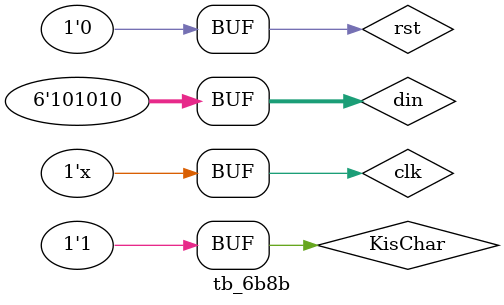
<source format=v>
`timescale 1ns / 1ps


module tb_6b8b;

    parameter period = 25;
    
    reg clk;
    reg rst;
    reg KisChar;
    reg [5:0] din;
    wire [7:0] dout;

    initial begin
        KisChar = 1;
        clk = 0;
        rst = 0;
        #50 rst = 1;
        #50 rst = 0;
        #50 din = 6'b000111;
        #50 din = 6'b111000;
        #50 din = 6'b010101;
        #50 din = 6'b101010;
    end

    always begin
        # (period/2) clk = ~clk;
    end

    // always @(posedge clk) begin
    //     if(rst) din = 6'b0;
    //     else din = din+1;
    // end

    enc_6b8b inst(
        .clk(clk),
        .rst(rst),
        .KisChar(KisChar),
        .din(din),
        .dout(dout)
        );


endmodule

</source>
